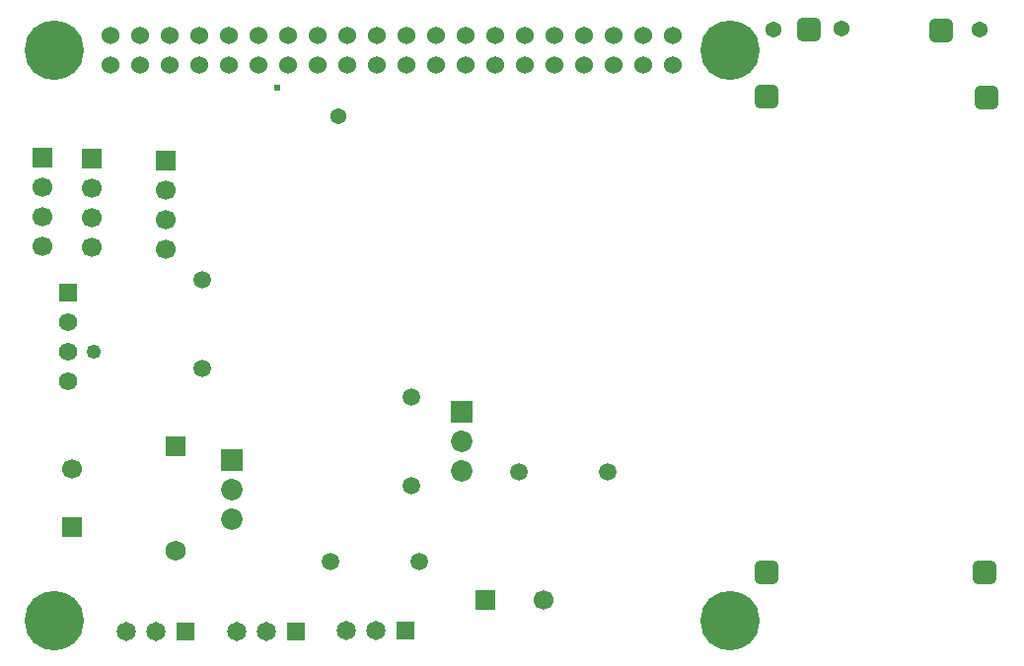
<source format=gts>
G04*
G04 #@! TF.GenerationSoftware,Altium Limited,Altium Designer,22.7.1 (60)*
G04*
G04 Layer_Color=8388736*
%FSLAX44Y44*%
%MOMM*%
G71*
G04*
G04 #@! TF.SameCoordinates,D299D1DB-FC93-4E7D-A29F-8AC0059F7039*
G04*
G04*
G04 #@! TF.FilePolarity,Negative*
G04*
G01*
G75*
G04:AMPARAMS|DCode=16|XSize=2.1mm|YSize=2.1mm|CornerRadius=0.55mm|HoleSize=0mm|Usage=FLASHONLY|Rotation=0.000|XOffset=0mm|YOffset=0mm|HoleType=Round|Shape=RoundedRectangle|*
%AMROUNDEDRECTD16*
21,1,2.1000,1.0000,0,0,0.0*
21,1,1.0000,2.1000,0,0,0.0*
1,1,1.1000,0.5000,-0.5000*
1,1,1.1000,-0.5000,-0.5000*
1,1,1.1000,-0.5000,0.5000*
1,1,1.1000,0.5000,0.5000*
%
%ADD16ROUNDEDRECTD16*%
%ADD17C,1.7500*%
%ADD18R,1.7500X1.7500*%
%ADD19C,1.8500*%
%ADD20R,1.8500X1.8500*%
%ADD21C,1.7000*%
%ADD22R,1.7000X1.7000*%
%ADD23C,1.5000*%
%ADD24C,1.5240*%
%ADD25C,1.6500*%
%ADD26R,1.7000X1.7000*%
%ADD27C,1.2500*%
%ADD28C,1.5700*%
%ADD29R,1.5700X1.5700*%
%ADD30R,1.6500X1.6500*%
%ADD31C,5.1000*%
%ADD32C,0.6080*%
%ADD33C,1.3700*%
D16*
X682516Y542733D02*
D03*
X646044Y76373D02*
D03*
X646104Y485123D02*
D03*
X796653Y542029D02*
D03*
X834898Y484210D02*
D03*
X833583Y76707D02*
D03*
D17*
X139289Y94550D02*
D03*
D18*
Y184550D02*
D03*
D19*
X187808Y122132D02*
D03*
Y147532D02*
D03*
X384907Y163885D02*
D03*
Y189285D02*
D03*
D20*
X187808Y172932D02*
D03*
X384907Y214685D02*
D03*
D21*
X131189Y354421D02*
D03*
Y379821D02*
D03*
Y405221D02*
D03*
X24588Y382223D02*
D03*
X67612Y381375D02*
D03*
X50046Y164872D02*
D03*
X454791Y52871D02*
D03*
X67612Y355975D02*
D03*
Y406775D02*
D03*
X24588Y356823D02*
D03*
Y407623D02*
D03*
D22*
X131189Y430621D02*
D03*
X50046Y114872D02*
D03*
X67612Y432175D02*
D03*
X24588Y433023D02*
D03*
D23*
X341914Y227078D02*
D03*
Y150878D02*
D03*
X510493Y162575D02*
D03*
X434293D02*
D03*
X348080Y85690D02*
D03*
X162387Y327626D02*
D03*
Y251426D02*
D03*
X271880Y85690D02*
D03*
D24*
X159900Y512300D02*
D03*
X134500D02*
D03*
X464700Y537700D02*
D03*
X83700Y512300D02*
D03*
Y537700D02*
D03*
X109100Y512300D02*
D03*
Y537700D02*
D03*
X134500D02*
D03*
X159900D02*
D03*
X185300Y512300D02*
D03*
Y537700D02*
D03*
X210700Y512300D02*
D03*
Y537700D02*
D03*
X236100Y512300D02*
D03*
Y537700D02*
D03*
X261500Y512300D02*
D03*
Y537700D02*
D03*
X286900Y512300D02*
D03*
Y537700D02*
D03*
X312300Y512300D02*
D03*
Y537700D02*
D03*
X337700Y512300D02*
D03*
Y537700D02*
D03*
X363100Y512300D02*
D03*
Y537700D02*
D03*
X388500Y512300D02*
D03*
Y537700D02*
D03*
X413900Y512300D02*
D03*
Y537700D02*
D03*
X439300Y512300D02*
D03*
Y537700D02*
D03*
X464700Y512300D02*
D03*
X490100D02*
D03*
Y537700D02*
D03*
X515500Y512300D02*
D03*
Y537700D02*
D03*
X540900Y512300D02*
D03*
Y537700D02*
D03*
X566300Y512300D02*
D03*
Y537700D02*
D03*
D25*
X122250Y25587D02*
D03*
X216755D02*
D03*
X311259Y25982D02*
D03*
X285859D02*
D03*
X191355Y25587D02*
D03*
X96850D02*
D03*
D26*
X404791Y52871D02*
D03*
D27*
X68952Y265788D02*
D03*
D28*
X47353Y240388D02*
D03*
Y265788D02*
D03*
Y291188D02*
D03*
D29*
Y316588D02*
D03*
D30*
X336659Y25982D02*
D03*
X242155Y25587D02*
D03*
X147650D02*
D03*
D31*
X35000Y525000D02*
D03*
X615000Y35000D02*
D03*
X35000D02*
D03*
X615000Y525000D02*
D03*
D32*
X226314Y492506D02*
D03*
D33*
X711192Y543524D02*
D03*
X651978Y543070D02*
D03*
X829254Y542492D02*
D03*
X278584Y468174D02*
D03*
M02*

</source>
